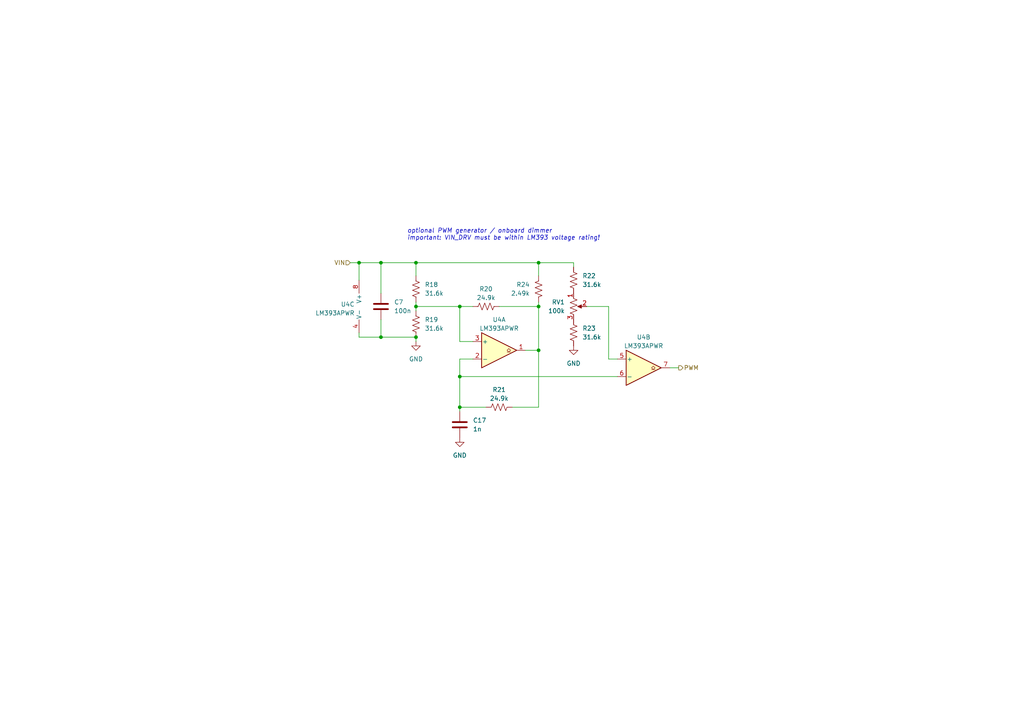
<source format=kicad_sch>
(kicad_sch (version 20230121) (generator eeschema)

  (uuid 32d7ee1b-12d8-46e2-bce3-8ffc9199f61e)

  (paper "A4")

  (lib_symbols
    (symbol "Comparator:LM393" (pin_names (offset 0.127)) (in_bom yes) (on_board yes)
      (property "Reference" "U" (at 3.81 3.81 0)
        (effects (font (size 1.27 1.27)))
      )
      (property "Value" "LM393" (at 6.35 -3.81 0)
        (effects (font (size 1.27 1.27)))
      )
      (property "Footprint" "" (at 0 0 0)
        (effects (font (size 1.27 1.27)) hide)
      )
      (property "Datasheet" "http://www.ti.com/lit/ds/symlink/lm393.pdf" (at 0 0 0)
        (effects (font (size 1.27 1.27)) hide)
      )
      (property "ki_locked" "" (at 0 0 0)
        (effects (font (size 1.27 1.27)))
      )
      (property "ki_keywords" "cmp open collector" (at 0 0 0)
        (effects (font (size 1.27 1.27)) hide)
      )
      (property "ki_description" "Low-Power, Low-Offset Voltage, Dual Comparators, DIP-8/SOIC-8/TO-99-8" (at 0 0 0)
        (effects (font (size 1.27 1.27)) hide)
      )
      (property "ki_fp_filters" "SOIC*3.9x4.9mm*P1.27mm* DIP*W7.62mm* SOP*5.28x5.23mm*P1.27mm* VSSOP*3.0x3.0mm*P0.65mm* TSSOP*4.4x3mm*P0.65mm*" (at 0 0 0)
        (effects (font (size 1.27 1.27)) hide)
      )
      (symbol "LM393_1_1"
        (polyline
          (pts
            (xy -5.08 5.08)
            (xy 5.08 0)
            (xy -5.08 -5.08)
            (xy -5.08 5.08)
          )
          (stroke (width 0.254) (type default))
          (fill (type background))
        )
        (polyline
          (pts
            (xy 3.302 -0.508)
            (xy 2.794 -0.508)
            (xy 3.302 0)
            (xy 2.794 0.508)
            (xy 2.286 0)
            (xy 2.794 -0.508)
            (xy 2.286 -0.508)
          )
          (stroke (width 0.127) (type default))
          (fill (type none))
        )
        (pin open_collector line (at 7.62 0 180) (length 2.54)
          (name "~" (effects (font (size 1.27 1.27))))
          (number "1" (effects (font (size 1.27 1.27))))
        )
        (pin input line (at -7.62 -2.54 0) (length 2.54)
          (name "-" (effects (font (size 1.27 1.27))))
          (number "2" (effects (font (size 1.27 1.27))))
        )
        (pin input line (at -7.62 2.54 0) (length 2.54)
          (name "+" (effects (font (size 1.27 1.27))))
          (number "3" (effects (font (size 1.27 1.27))))
        )
      )
      (symbol "LM393_2_1"
        (polyline
          (pts
            (xy -5.08 5.08)
            (xy 5.08 0)
            (xy -5.08 -5.08)
            (xy -5.08 5.08)
          )
          (stroke (width 0.254) (type default))
          (fill (type background))
        )
        (polyline
          (pts
            (xy 3.302 -0.508)
            (xy 2.794 -0.508)
            (xy 3.302 0)
            (xy 2.794 0.508)
            (xy 2.286 0)
            (xy 2.794 -0.508)
            (xy 2.286 -0.508)
          )
          (stroke (width 0.127) (type default))
          (fill (type none))
        )
        (pin input line (at -7.62 2.54 0) (length 2.54)
          (name "+" (effects (font (size 1.27 1.27))))
          (number "5" (effects (font (size 1.27 1.27))))
        )
        (pin input line (at -7.62 -2.54 0) (length 2.54)
          (name "-" (effects (font (size 1.27 1.27))))
          (number "6" (effects (font (size 1.27 1.27))))
        )
        (pin open_collector line (at 7.62 0 180) (length 2.54)
          (name "~" (effects (font (size 1.27 1.27))))
          (number "7" (effects (font (size 1.27 1.27))))
        )
      )
      (symbol "LM393_3_1"
        (pin power_in line (at -2.54 -7.62 90) (length 3.81)
          (name "V-" (effects (font (size 1.27 1.27))))
          (number "4" (effects (font (size 1.27 1.27))))
        )
        (pin power_in line (at -2.54 7.62 270) (length 3.81)
          (name "V+" (effects (font (size 1.27 1.27))))
          (number "8" (effects (font (size 1.27 1.27))))
        )
      )
    )
    (symbol "Device:C" (pin_numbers hide) (pin_names (offset 0.254)) (in_bom yes) (on_board yes)
      (property "Reference" "C" (at 0.635 2.54 0)
        (effects (font (size 1.27 1.27)) (justify left))
      )
      (property "Value" "C" (at 0.635 -2.54 0)
        (effects (font (size 1.27 1.27)) (justify left))
      )
      (property "Footprint" "" (at 0.9652 -3.81 0)
        (effects (font (size 1.27 1.27)) hide)
      )
      (property "Datasheet" "~" (at 0 0 0)
        (effects (font (size 1.27 1.27)) hide)
      )
      (property "ki_keywords" "cap capacitor" (at 0 0 0)
        (effects (font (size 1.27 1.27)) hide)
      )
      (property "ki_description" "Unpolarized capacitor" (at 0 0 0)
        (effects (font (size 1.27 1.27)) hide)
      )
      (property "ki_fp_filters" "C_*" (at 0 0 0)
        (effects (font (size 1.27 1.27)) hide)
      )
      (symbol "C_0_1"
        (polyline
          (pts
            (xy -2.032 -0.762)
            (xy 2.032 -0.762)
          )
          (stroke (width 0.508) (type default))
          (fill (type none))
        )
        (polyline
          (pts
            (xy -2.032 0.762)
            (xy 2.032 0.762)
          )
          (stroke (width 0.508) (type default))
          (fill (type none))
        )
      )
      (symbol "C_1_1"
        (pin passive line (at 0 3.81 270) (length 2.794)
          (name "~" (effects (font (size 1.27 1.27))))
          (number "1" (effects (font (size 1.27 1.27))))
        )
        (pin passive line (at 0 -3.81 90) (length 2.794)
          (name "~" (effects (font (size 1.27 1.27))))
          (number "2" (effects (font (size 1.27 1.27))))
        )
      )
    )
    (symbol "Device:R_Potentiometer_US" (pin_names (offset 1.016) hide) (in_bom yes) (on_board yes)
      (property "Reference" "RV" (at -4.445 0 90)
        (effects (font (size 1.27 1.27)))
      )
      (property "Value" "R_Potentiometer_US" (at -2.54 0 90)
        (effects (font (size 1.27 1.27)))
      )
      (property "Footprint" "" (at 0 0 0)
        (effects (font (size 1.27 1.27)) hide)
      )
      (property "Datasheet" "~" (at 0 0 0)
        (effects (font (size 1.27 1.27)) hide)
      )
      (property "ki_keywords" "resistor variable" (at 0 0 0)
        (effects (font (size 1.27 1.27)) hide)
      )
      (property "ki_description" "Potentiometer, US symbol" (at 0 0 0)
        (effects (font (size 1.27 1.27)) hide)
      )
      (property "ki_fp_filters" "Potentiometer*" (at 0 0 0)
        (effects (font (size 1.27 1.27)) hide)
      )
      (symbol "R_Potentiometer_US_0_1"
        (polyline
          (pts
            (xy 0 -2.286)
            (xy 0 -2.54)
          )
          (stroke (width 0) (type default))
          (fill (type none))
        )
        (polyline
          (pts
            (xy 0 2.54)
            (xy 0 2.286)
          )
          (stroke (width 0) (type default))
          (fill (type none))
        )
        (polyline
          (pts
            (xy 2.54 0)
            (xy 1.524 0)
          )
          (stroke (width 0) (type default))
          (fill (type none))
        )
        (polyline
          (pts
            (xy 1.143 0)
            (xy 2.286 0.508)
            (xy 2.286 -0.508)
            (xy 1.143 0)
          )
          (stroke (width 0) (type default))
          (fill (type outline))
        )
        (polyline
          (pts
            (xy 0 -0.762)
            (xy 1.016 -1.143)
            (xy 0 -1.524)
            (xy -1.016 -1.905)
            (xy 0 -2.286)
          )
          (stroke (width 0) (type default))
          (fill (type none))
        )
        (polyline
          (pts
            (xy 0 0.762)
            (xy 1.016 0.381)
            (xy 0 0)
            (xy -1.016 -0.381)
            (xy 0 -0.762)
          )
          (stroke (width 0) (type default))
          (fill (type none))
        )
        (polyline
          (pts
            (xy 0 2.286)
            (xy 1.016 1.905)
            (xy 0 1.524)
            (xy -1.016 1.143)
            (xy 0 0.762)
          )
          (stroke (width 0) (type default))
          (fill (type none))
        )
      )
      (symbol "R_Potentiometer_US_1_1"
        (pin passive line (at 0 3.81 270) (length 1.27)
          (name "1" (effects (font (size 1.27 1.27))))
          (number "1" (effects (font (size 1.27 1.27))))
        )
        (pin passive line (at 3.81 0 180) (length 1.27)
          (name "2" (effects (font (size 1.27 1.27))))
          (number "2" (effects (font (size 1.27 1.27))))
        )
        (pin passive line (at 0 -3.81 90) (length 1.27)
          (name "3" (effects (font (size 1.27 1.27))))
          (number "3" (effects (font (size 1.27 1.27))))
        )
      )
    )
    (symbol "Device:R_US" (pin_numbers hide) (pin_names (offset 0)) (in_bom yes) (on_board yes)
      (property "Reference" "R" (at 2.54 0 90)
        (effects (font (size 1.27 1.27)))
      )
      (property "Value" "R_US" (at -2.54 0 90)
        (effects (font (size 1.27 1.27)))
      )
      (property "Footprint" "" (at 1.016 -0.254 90)
        (effects (font (size 1.27 1.27)) hide)
      )
      (property "Datasheet" "~" (at 0 0 0)
        (effects (font (size 1.27 1.27)) hide)
      )
      (property "ki_keywords" "R res resistor" (at 0 0 0)
        (effects (font (size 1.27 1.27)) hide)
      )
      (property "ki_description" "Resistor, US symbol" (at 0 0 0)
        (effects (font (size 1.27 1.27)) hide)
      )
      (property "ki_fp_filters" "R_*" (at 0 0 0)
        (effects (font (size 1.27 1.27)) hide)
      )
      (symbol "R_US_0_1"
        (polyline
          (pts
            (xy 0 -2.286)
            (xy 0 -2.54)
          )
          (stroke (width 0) (type default))
          (fill (type none))
        )
        (polyline
          (pts
            (xy 0 2.286)
            (xy 0 2.54)
          )
          (stroke (width 0) (type default))
          (fill (type none))
        )
        (polyline
          (pts
            (xy 0 -0.762)
            (xy 1.016 -1.143)
            (xy 0 -1.524)
            (xy -1.016 -1.905)
            (xy 0 -2.286)
          )
          (stroke (width 0) (type default))
          (fill (type none))
        )
        (polyline
          (pts
            (xy 0 0.762)
            (xy 1.016 0.381)
            (xy 0 0)
            (xy -1.016 -0.381)
            (xy 0 -0.762)
          )
          (stroke (width 0) (type default))
          (fill (type none))
        )
        (polyline
          (pts
            (xy 0 2.286)
            (xy 1.016 1.905)
            (xy 0 1.524)
            (xy -1.016 1.143)
            (xy 0 0.762)
          )
          (stroke (width 0) (type default))
          (fill (type none))
        )
      )
      (symbol "R_US_1_1"
        (pin passive line (at 0 3.81 270) (length 1.27)
          (name "~" (effects (font (size 1.27 1.27))))
          (number "1" (effects (font (size 1.27 1.27))))
        )
        (pin passive line (at 0 -3.81 90) (length 1.27)
          (name "~" (effects (font (size 1.27 1.27))))
          (number "2" (effects (font (size 1.27 1.27))))
        )
      )
    )
    (symbol "power:GND" (power) (pin_names (offset 0)) (in_bom yes) (on_board yes)
      (property "Reference" "#PWR" (at 0 -6.35 0)
        (effects (font (size 1.27 1.27)) hide)
      )
      (property "Value" "GND" (at 0 -3.81 0)
        (effects (font (size 1.27 1.27)))
      )
      (property "Footprint" "" (at 0 0 0)
        (effects (font (size 1.27 1.27)) hide)
      )
      (property "Datasheet" "" (at 0 0 0)
        (effects (font (size 1.27 1.27)) hide)
      )
      (property "ki_keywords" "global power" (at 0 0 0)
        (effects (font (size 1.27 1.27)) hide)
      )
      (property "ki_description" "Power symbol creates a global label with name \"GND\" , ground" (at 0 0 0)
        (effects (font (size 1.27 1.27)) hide)
      )
      (symbol "GND_0_1"
        (polyline
          (pts
            (xy 0 0)
            (xy 0 -1.27)
            (xy 1.27 -1.27)
            (xy 0 -2.54)
            (xy -1.27 -1.27)
            (xy 0 -1.27)
          )
          (stroke (width 0) (type default))
          (fill (type none))
        )
      )
      (symbol "GND_1_1"
        (pin power_in line (at 0 0 270) (length 0) hide
          (name "GND" (effects (font (size 1.27 1.27))))
          (number "1" (effects (font (size 1.27 1.27))))
        )
      )
    )
  )

  (junction (at 110.49 97.79) (diameter 0) (color 0 0 0 0)
    (uuid 01c25697-15ac-46bb-b9b8-986459bfb8a0)
  )
  (junction (at 133.35 88.9) (diameter 0) (color 0 0 0 0)
    (uuid 066e4cc8-575e-48cc-9d65-4ea96c465bfd)
  )
  (junction (at 104.14 76.2) (diameter 0) (color 0 0 0 0)
    (uuid 1b7a6599-ae91-4027-9a0a-4cbfd9996bf6)
  )
  (junction (at 156.21 101.6) (diameter 0) (color 0 0 0 0)
    (uuid 2b5ecae4-c031-42b2-a972-f7f64f0bde77)
  )
  (junction (at 110.49 76.2) (diameter 0) (color 0 0 0 0)
    (uuid 40813800-8510-4545-a4fc-e1cddf57c9d3)
  )
  (junction (at 120.65 88.9) (diameter 0) (color 0 0 0 0)
    (uuid 8a81e466-dc22-4606-a6e9-2ab36e1e67c8)
  )
  (junction (at 120.65 97.79) (diameter 0) (color 0 0 0 0)
    (uuid 8b5ffe12-24bb-42f0-8f50-ecbf6114e2d4)
  )
  (junction (at 156.21 76.2) (diameter 0) (color 0 0 0 0)
    (uuid b45f5f19-7aca-43b8-9954-a2d16008ca0d)
  )
  (junction (at 120.65 76.2) (diameter 0) (color 0 0 0 0)
    (uuid c39c60b8-825c-434b-a3d2-f2e1534e04b1)
  )
  (junction (at 133.35 118.11) (diameter 0) (color 0 0 0 0)
    (uuid c7251529-f1aa-4005-a0bc-49a0c23b7aa9)
  )
  (junction (at 133.35 109.22) (diameter 0) (color 0 0 0 0)
    (uuid cef0e93b-6e0e-4364-86c9-c7276eb22a7c)
  )
  (junction (at 156.21 88.9) (diameter 0) (color 0 0 0 0)
    (uuid cf3dadb1-5230-49d0-98dd-f243518d037b)
  )

  (wire (pts (xy 194.31 106.68) (xy 196.85 106.68))
    (stroke (width 0) (type default))
    (uuid 1e6df5df-1edd-406f-9931-32af39770a62)
  )
  (wire (pts (xy 110.49 92.71) (xy 110.49 97.79))
    (stroke (width 0) (type default))
    (uuid 20dd4a67-266f-4f8a-937d-1acdbbac6afe)
  )
  (wire (pts (xy 120.65 88.9) (xy 120.65 90.17))
    (stroke (width 0) (type default))
    (uuid 22d315fe-a28c-438a-924a-a338dce611e4)
  )
  (wire (pts (xy 133.35 109.22) (xy 133.35 118.11))
    (stroke (width 0) (type default))
    (uuid 2b63efd2-1eb2-4a28-80ec-d14f8cf1a25f)
  )
  (wire (pts (xy 133.35 118.11) (xy 140.97 118.11))
    (stroke (width 0) (type default))
    (uuid 2dfa1f85-7ca7-4dea-88a6-f1349505a48e)
  )
  (wire (pts (xy 156.21 88.9) (xy 156.21 101.6))
    (stroke (width 0) (type default))
    (uuid 35df365c-06f5-4d3b-80ac-95415adf1847)
  )
  (wire (pts (xy 166.37 76.2) (xy 166.37 77.47))
    (stroke (width 0) (type default))
    (uuid 39b67e5d-5d41-40c7-adcf-51648df83562)
  )
  (wire (pts (xy 156.21 80.01) (xy 156.21 76.2))
    (stroke (width 0) (type default))
    (uuid 3ae2e51b-6284-4844-9074-c234a90b9d50)
  )
  (wire (pts (xy 101.6 76.2) (xy 104.14 76.2))
    (stroke (width 0) (type default))
    (uuid 3c412183-5839-414c-baff-dfb98e14f111)
  )
  (wire (pts (xy 120.65 76.2) (xy 110.49 76.2))
    (stroke (width 0) (type default))
    (uuid 41669535-8eb0-4ec6-b3ac-a1cc61bef8f2)
  )
  (wire (pts (xy 133.35 109.22) (xy 179.07 109.22))
    (stroke (width 0) (type default))
    (uuid 4598ab53-6b56-4325-bd42-657fb65fd7ae)
  )
  (wire (pts (xy 110.49 76.2) (xy 104.14 76.2))
    (stroke (width 0) (type default))
    (uuid 467a81e5-4d6d-43cf-9398-39adf0746080)
  )
  (wire (pts (xy 120.65 87.63) (xy 120.65 88.9))
    (stroke (width 0) (type default))
    (uuid 4c3b67f2-d447-430a-9205-efbd7a4d9a89)
  )
  (wire (pts (xy 133.35 104.14) (xy 133.35 109.22))
    (stroke (width 0) (type default))
    (uuid 4cc1b8ed-c474-4515-8510-e491bf444d0e)
  )
  (wire (pts (xy 133.35 88.9) (xy 133.35 99.06))
    (stroke (width 0) (type default))
    (uuid 55506055-7cf4-432c-8a9a-36c067fc9cc2)
  )
  (wire (pts (xy 120.65 88.9) (xy 133.35 88.9))
    (stroke (width 0) (type default))
    (uuid 59dc1fa7-434c-421c-9d6c-5a88437431cc)
  )
  (wire (pts (xy 148.59 118.11) (xy 156.21 118.11))
    (stroke (width 0) (type default))
    (uuid 5b144b3c-9689-4cdf-b72f-97558ee80d0c)
  )
  (wire (pts (xy 120.65 99.06) (xy 120.65 97.79))
    (stroke (width 0) (type default))
    (uuid 7bf8f928-ef22-48f4-8c32-71212ecf80ba)
  )
  (wire (pts (xy 120.65 76.2) (xy 120.65 80.01))
    (stroke (width 0) (type default))
    (uuid 9043c20c-e8ac-40c2-be47-38d0f9516ba9)
  )
  (wire (pts (xy 176.53 88.9) (xy 176.53 104.14))
    (stroke (width 0) (type default))
    (uuid 95651b2d-1f34-46b9-85cc-0e78f3aceb94)
  )
  (wire (pts (xy 144.78 88.9) (xy 156.21 88.9))
    (stroke (width 0) (type default))
    (uuid 964e26d6-e201-427c-985d-363ab0340ac5)
  )
  (wire (pts (xy 156.21 76.2) (xy 120.65 76.2))
    (stroke (width 0) (type default))
    (uuid 9ba34efe-7b44-45b8-b4ff-9edfa50a3d39)
  )
  (wire (pts (xy 104.14 97.79) (xy 110.49 97.79))
    (stroke (width 0) (type default))
    (uuid 9e3cd999-3226-4be9-af7f-bb41ef684270)
  )
  (wire (pts (xy 110.49 76.2) (xy 110.49 85.09))
    (stroke (width 0) (type default))
    (uuid a360ddb8-1a18-4465-a8f0-239e2e2fe4f8)
  )
  (wire (pts (xy 156.21 87.63) (xy 156.21 88.9))
    (stroke (width 0) (type default))
    (uuid b35e22c7-b3cf-4728-9ebb-98024a625e33)
  )
  (wire (pts (xy 104.14 97.79) (xy 104.14 96.52))
    (stroke (width 0) (type default))
    (uuid bae789cb-9aee-4637-8d43-f735bfe3148c)
  )
  (wire (pts (xy 104.14 76.2) (xy 104.14 81.28))
    (stroke (width 0) (type default))
    (uuid c1d8e4d8-8ac1-43a9-9945-b02fd0b0fd72)
  )
  (wire (pts (xy 133.35 99.06) (xy 137.16 99.06))
    (stroke (width 0) (type default))
    (uuid c2b3a9f6-07e8-4e90-bde3-d82182445513)
  )
  (wire (pts (xy 156.21 101.6) (xy 152.4 101.6))
    (stroke (width 0) (type default))
    (uuid cec9b6b3-2b7b-4cd2-bb8d-dac40437d0e7)
  )
  (wire (pts (xy 156.21 118.11) (xy 156.21 101.6))
    (stroke (width 0) (type default))
    (uuid d6a9603d-334b-44b8-af78-ecb13692af96)
  )
  (wire (pts (xy 156.21 76.2) (xy 166.37 76.2))
    (stroke (width 0) (type default))
    (uuid d8d1f085-033b-4823-a587-10eea16a155c)
  )
  (wire (pts (xy 137.16 104.14) (xy 133.35 104.14))
    (stroke (width 0) (type default))
    (uuid dc5c56ee-9a62-4a4d-8780-d0b773b3b32a)
  )
  (wire (pts (xy 170.18 88.9) (xy 176.53 88.9))
    (stroke (width 0) (type default))
    (uuid df34c348-738a-4204-8509-ef24bf746cf7)
  )
  (wire (pts (xy 133.35 88.9) (xy 137.16 88.9))
    (stroke (width 0) (type default))
    (uuid e3af447e-c99f-48b7-828b-1c09caa04e66)
  )
  (wire (pts (xy 133.35 119.38) (xy 133.35 118.11))
    (stroke (width 0) (type default))
    (uuid e7df7d0b-f6af-42ab-abe2-f8c38074faf5)
  )
  (wire (pts (xy 176.53 104.14) (xy 179.07 104.14))
    (stroke (width 0) (type default))
    (uuid f3c358ac-8f1f-4a09-98f1-1476fae236c0)
  )
  (wire (pts (xy 110.49 97.79) (xy 120.65 97.79))
    (stroke (width 0) (type default))
    (uuid ff5f60f9-9f81-4037-a062-c94507f8f4f4)
  )

  (text "optional PWM generator / onboard dimmer\nimportant: VIN_DRV must be within LM393 voltage rating!"
    (at 118.11 69.85 0)
    (effects (font (size 1.27 1.27) italic) (justify left bottom))
    (uuid c4d05292-a5b7-48a8-8a1c-956bb2a0fa46)
  )

  (hierarchical_label "VIN" (shape input) (at 101.6 76.2 180) (fields_autoplaced)
    (effects (font (size 1.27 1.27)) (justify right))
    (uuid 258abceb-aa3a-4f00-b3aa-d1295a43a114)
  )
  (hierarchical_label "PWM" (shape output) (at 196.85 106.68 0) (fields_autoplaced)
    (effects (font (size 1.27 1.27)) (justify left))
    (uuid 5a73bc29-2a5c-43de-b1a2-73822ad4902c)
  )

  (symbol (lib_id "Comparator:LM393") (at 144.78 101.6 0) (unit 1)
    (in_bom yes) (on_board yes) (dnp no) (fields_autoplaced)
    (uuid 008344c0-3b9d-43e5-8b76-a28390166e07)
    (property "Reference" "U4" (at 144.78 92.71 0)
      (effects (font (size 1.27 1.27)))
    )
    (property "Value" "LM393APWR" (at 144.78 95.25 0)
      (effects (font (size 1.27 1.27)))
    )
    (property "Footprint" "Package_SO:TSSOP-8_4.4x3mm_P0.65mm" (at 144.78 101.6 0)
      (effects (font (size 1.27 1.27)) hide)
    )
    (property "Datasheet" "http://www.ti.com/lit/ds/symlink/lm393.pdf" (at 144.78 101.6 0)
      (effects (font (size 1.27 1.27)) hide)
    )
    (property "Note" "" (at 144.78 101.6 0)
      (effects (font (size 1.27 1.27)) hide)
    )
    (pin "1" (uuid 4f8e91fb-b084-41e6-97b0-e1f62830a204))
    (pin "2" (uuid e3689c43-9682-4bb2-a9f4-468bb3cf1c22))
    (pin "3" (uuid 99a1ea73-9702-4efd-b668-d3027970451c))
    (pin "5" (uuid e0b48208-b616-4154-9bb3-c17d0107e41a))
    (pin "6" (uuid 60d4b9b9-511b-424f-8d54-58f3573ac9c2))
    (pin "7" (uuid aed2abe9-5819-42d5-b6e7-efc7855234db))
    (pin "4" (uuid 2a4d2836-a3f5-4a79-9534-cbfdc4a33597))
    (pin "8" (uuid 57f32f50-0319-41ce-ab4f-7889bad34ee5))
    (instances
      (project "boostdriver-al8853"
        (path "/00727dd6-05dc-45da-8b8a-290f08de5929"
          (reference "U4") (unit 1)
        )
        (path "/00727dd6-05dc-45da-8b8a-290f08de5929/869b749d-de2d-43dc-835f-c817eb474540"
          (reference "U301") (unit 1)
        )
      )
    )
  )

  (symbol (lib_id "Device:R_US") (at 166.37 96.52 0) (unit 1)
    (in_bom yes) (on_board yes) (dnp no) (fields_autoplaced)
    (uuid 1eb3e09c-3fc7-40ec-8d1d-2e4b22b91938)
    (property "Reference" "R23" (at 168.91 95.2499 0)
      (effects (font (size 1.27 1.27)) (justify left))
    )
    (property "Value" "31.6k" (at 168.91 97.7899 0)
      (effects (font (size 1.27 1.27)) (justify left))
    )
    (property "Footprint" "Resistor_SMD:R_0603_1608Metric" (at 167.386 96.774 90)
      (effects (font (size 1.27 1.27)) hide)
    )
    (property "Datasheet" "~" (at 166.37 96.52 0)
      (effects (font (size 1.27 1.27)) hide)
    )
    (property "Note" "1%" (at 166.37 96.52 0)
      (effects (font (size 1.27 1.27)) hide)
    )
    (pin "1" (uuid b567f24b-5f67-4170-a162-e8db455eba46))
    (pin "2" (uuid e19a052a-0d88-49fd-a057-88137268add3))
    (instances
      (project "boostdriver-al8853"
        (path "/00727dd6-05dc-45da-8b8a-290f08de5929"
          (reference "R23") (unit 1)
        )
        (path "/00727dd6-05dc-45da-8b8a-290f08de5929/869b749d-de2d-43dc-835f-c817eb474540"
          (reference "R307") (unit 1)
        )
      )
      (project "ring light"
        (path "/e63e39d7-6ac0-4ffd-8aa3-1841a4541b55"
          (reference "R6") (unit 1)
        )
      )
    )
  )

  (symbol (lib_id "power:GND") (at 120.65 99.06 0) (unit 1)
    (in_bom yes) (on_board yes) (dnp no) (fields_autoplaced)
    (uuid 253a62f2-765b-4eee-9216-92d7da6e7db0)
    (property "Reference" "#PWR016" (at 120.65 105.41 0)
      (effects (font (size 1.27 1.27)) hide)
    )
    (property "Value" "GND" (at 120.65 104.14 0)
      (effects (font (size 1.27 1.27)))
    )
    (property "Footprint" "" (at 120.65 99.06 0)
      (effects (font (size 1.27 1.27)) hide)
    )
    (property "Datasheet" "" (at 120.65 99.06 0)
      (effects (font (size 1.27 1.27)) hide)
    )
    (pin "1" (uuid eb33cdda-fea8-4364-bb6e-142a877522ab))
    (instances
      (project "boostdriver-al8853"
        (path "/00727dd6-05dc-45da-8b8a-290f08de5929"
          (reference "#PWR016") (unit 1)
        )
        (path "/00727dd6-05dc-45da-8b8a-290f08de5929/869b749d-de2d-43dc-835f-c817eb474540"
          (reference "#PWR0301") (unit 1)
        )
      )
      (project "ring light"
        (path "/e63e39d7-6ac0-4ffd-8aa3-1841a4541b55"
          (reference "#PWR0101") (unit 1)
        )
      )
    )
  )

  (symbol (lib_id "Device:R_US") (at 120.65 93.98 0) (unit 1)
    (in_bom yes) (on_board yes) (dnp no) (fields_autoplaced)
    (uuid 5222e839-a750-4037-8cd9-2d623b043f78)
    (property "Reference" "R19" (at 123.19 92.7099 0)
      (effects (font (size 1.27 1.27)) (justify left))
    )
    (property "Value" "31.6k" (at 123.19 95.2499 0)
      (effects (font (size 1.27 1.27)) (justify left))
    )
    (property "Footprint" "Resistor_SMD:R_0603_1608Metric" (at 121.666 94.234 90)
      (effects (font (size 1.27 1.27)) hide)
    )
    (property "Datasheet" "~" (at 120.65 93.98 0)
      (effects (font (size 1.27 1.27)) hide)
    )
    (property "Note" "1%" (at 120.65 93.98 0)
      (effects (font (size 1.27 1.27)) hide)
    )
    (pin "1" (uuid e2393380-5a99-4a63-bca7-f36c4aee7ffc))
    (pin "2" (uuid 655ccc63-2ff4-4852-ad10-7f9cdeb69d27))
    (instances
      (project "boostdriver-al8853"
        (path "/00727dd6-05dc-45da-8b8a-290f08de5929"
          (reference "R19") (unit 1)
        )
        (path "/00727dd6-05dc-45da-8b8a-290f08de5929/869b749d-de2d-43dc-835f-c817eb474540"
          (reference "R302") (unit 1)
        )
      )
      (project "ring light"
        (path "/e63e39d7-6ac0-4ffd-8aa3-1841a4541b55"
          (reference "R2") (unit 1)
        )
      )
    )
  )

  (symbol (lib_id "Device:C") (at 110.49 88.9 0) (unit 1)
    (in_bom yes) (on_board yes) (dnp no)
    (uuid 5b58b71a-2b65-4778-8024-9675e2777b12)
    (property "Reference" "C7" (at 114.3 87.6299 0)
      (effects (font (size 1.27 1.27)) (justify left))
    )
    (property "Value" "100n" (at 114.3 90.1699 0)
      (effects (font (size 1.27 1.27)) (justify left))
    )
    (property "Footprint" "Capacitor_SMD:C_0603_1608Metric" (at 111.4552 92.71 0)
      (effects (font (size 1.27 1.27)) hide)
    )
    (property "Datasheet" "~" (at 110.49 88.9 0)
      (effects (font (size 1.27 1.27)) hide)
    )
    (property "Note" "" (at 110.49 88.9 0)
      (effects (font (size 1.27 1.27)) hide)
    )
    (pin "1" (uuid d3e81ecd-c28f-4bcb-b41f-bb410ea58568))
    (pin "2" (uuid 88f4a5a7-230a-4357-9131-2b79a2673456))
    (instances
      (project "boostdriver-al8853"
        (path "/00727dd6-05dc-45da-8b8a-290f08de5929"
          (reference "C7") (unit 1)
        )
        (path "/00727dd6-05dc-45da-8b8a-290f08de5929/869b749d-de2d-43dc-835f-c817eb474540"
          (reference "C301") (unit 1)
        )
      )
      (project "ring light"
        (path "/e63e39d7-6ac0-4ffd-8aa3-1841a4541b55"
          (reference "C2") (unit 1)
        )
      )
    )
  )

  (symbol (lib_id "Device:R_US") (at 156.21 83.82 0) (mirror y) (unit 1)
    (in_bom yes) (on_board yes) (dnp no)
    (uuid 60d95b08-3f25-4a9d-b975-dd1d0ea6d920)
    (property "Reference" "R24" (at 153.67 82.5499 0)
      (effects (font (size 1.27 1.27)) (justify left))
    )
    (property "Value" "2.49k" (at 153.67 85.0899 0)
      (effects (font (size 1.27 1.27)) (justify left))
    )
    (property "Footprint" "Resistor_SMD:R_0603_1608Metric" (at 155.194 84.074 90)
      (effects (font (size 1.27 1.27)) hide)
    )
    (property "Datasheet" "~" (at 156.21 83.82 0)
      (effects (font (size 1.27 1.27)) hide)
    )
    (property "Note" "1%" (at 156.21 83.82 0)
      (effects (font (size 1.27 1.27)) hide)
    )
    (pin "1" (uuid 9c904c1d-3fd1-44a3-b877-b0c34f6beff4))
    (pin "2" (uuid b1989cea-df9c-421e-8fd2-45277fe4b9af))
    (instances
      (project "boostdriver-al8853"
        (path "/00727dd6-05dc-45da-8b8a-290f08de5929"
          (reference "R24") (unit 1)
        )
        (path "/00727dd6-05dc-45da-8b8a-290f08de5929/869b749d-de2d-43dc-835f-c817eb474540"
          (reference "R305") (unit 1)
        )
      )
      (project "ring light"
        (path "/e63e39d7-6ac0-4ffd-8aa3-1841a4541b55"
          (reference "R1") (unit 1)
        )
      )
    )
  )

  (symbol (lib_id "power:GND") (at 166.37 100.33 0) (unit 1)
    (in_bom yes) (on_board yes) (dnp no) (fields_autoplaced)
    (uuid 743d398c-27f4-499f-9f33-fddc6b0f3d82)
    (property "Reference" "#PWR019" (at 166.37 106.68 0)
      (effects (font (size 1.27 1.27)) hide)
    )
    (property "Value" "GND" (at 166.37 105.41 0)
      (effects (font (size 1.27 1.27)))
    )
    (property "Footprint" "" (at 166.37 100.33 0)
      (effects (font (size 1.27 1.27)) hide)
    )
    (property "Datasheet" "" (at 166.37 100.33 0)
      (effects (font (size 1.27 1.27)) hide)
    )
    (pin "1" (uuid 209fad8b-f1d2-46cd-be2e-0d8697c3307f))
    (instances
      (project "boostdriver-al8853"
        (path "/00727dd6-05dc-45da-8b8a-290f08de5929"
          (reference "#PWR019") (unit 1)
        )
        (path "/00727dd6-05dc-45da-8b8a-290f08de5929/869b749d-de2d-43dc-835f-c817eb474540"
          (reference "#PWR0303") (unit 1)
        )
      )
      (project "ring light"
        (path "/e63e39d7-6ac0-4ffd-8aa3-1841a4541b55"
          (reference "#PWR0106") (unit 1)
        )
      )
    )
  )

  (symbol (lib_id "power:GND") (at 133.35 127 0) (unit 1)
    (in_bom yes) (on_board yes) (dnp no) (fields_autoplaced)
    (uuid 75479288-a20d-46f2-971a-8bbe48152086)
    (property "Reference" "#PWR017" (at 133.35 133.35 0)
      (effects (font (size 1.27 1.27)) hide)
    )
    (property "Value" "GND" (at 133.35 132.08 0)
      (effects (font (size 1.27 1.27)))
    )
    (property "Footprint" "" (at 133.35 127 0)
      (effects (font (size 1.27 1.27)) hide)
    )
    (property "Datasheet" "" (at 133.35 127 0)
      (effects (font (size 1.27 1.27)) hide)
    )
    (pin "1" (uuid fbc584dd-d353-47f7-b3a9-6dcfc368f9a8))
    (instances
      (project "boostdriver-al8853"
        (path "/00727dd6-05dc-45da-8b8a-290f08de5929"
          (reference "#PWR017") (unit 1)
        )
        (path "/00727dd6-05dc-45da-8b8a-290f08de5929/869b749d-de2d-43dc-835f-c817eb474540"
          (reference "#PWR0302") (unit 1)
        )
      )
      (project "ring light"
        (path "/e63e39d7-6ac0-4ffd-8aa3-1841a4541b55"
          (reference "#PWR0103") (unit 1)
        )
      )
    )
  )

  (symbol (lib_id "Comparator:LM393") (at 186.69 106.68 0) (unit 2)
    (in_bom yes) (on_board yes) (dnp no) (fields_autoplaced)
    (uuid 83c5451a-63a4-4cf8-b7a8-666aa428235f)
    (property "Reference" "U4" (at 186.69 97.79 0)
      (effects (font (size 1.27 1.27)))
    )
    (property "Value" "LM393APWR" (at 186.69 100.33 0)
      (effects (font (size 1.27 1.27)))
    )
    (property "Footprint" "Package_SO:TSSOP-8_4.4x3mm_P0.65mm" (at 186.69 106.68 0)
      (effects (font (size 1.27 1.27)) hide)
    )
    (property "Datasheet" "http://www.ti.com/lit/ds/symlink/lm393.pdf" (at 186.69 106.68 0)
      (effects (font (size 1.27 1.27)) hide)
    )
    (property "Note" "" (at 186.69 106.68 0)
      (effects (font (size 1.27 1.27)) hide)
    )
    (pin "1" (uuid 6ba81433-109d-4c31-b38e-a9792bad0b95))
    (pin "2" (uuid 769a5d50-be18-49e8-b233-28440e691362))
    (pin "3" (uuid fb58be9b-bd84-4edf-867a-ae99a94cc843))
    (pin "5" (uuid 244597ab-c8ca-4884-890e-7d650de4aaa7))
    (pin "6" (uuid 9c2600f5-e223-46c7-9fd0-d3c99dcdcd07))
    (pin "7" (uuid 093e5a41-343f-4028-866f-1f47a78782ce))
    (pin "4" (uuid c733e45e-d291-4b6d-ba5c-7890d949ae4e))
    (pin "8" (uuid be39fd75-7611-4405-8479-10c4d8a7ad8d))
    (instances
      (project "boostdriver-al8853"
        (path "/00727dd6-05dc-45da-8b8a-290f08de5929"
          (reference "U4") (unit 2)
        )
        (path "/00727dd6-05dc-45da-8b8a-290f08de5929/869b749d-de2d-43dc-835f-c817eb474540"
          (reference "U301") (unit 2)
        )
      )
    )
  )

  (symbol (lib_id "Device:R_US") (at 140.97 88.9 90) (unit 1)
    (in_bom yes) (on_board yes) (dnp no) (fields_autoplaced)
    (uuid 8d49f3b3-a1f9-4049-9366-f36bae974256)
    (property "Reference" "R20" (at 140.97 83.82 90)
      (effects (font (size 1.27 1.27)))
    )
    (property "Value" "24.9k" (at 140.97 86.36 90)
      (effects (font (size 1.27 1.27)))
    )
    (property "Footprint" "Resistor_SMD:R_0603_1608Metric" (at 141.224 87.884 90)
      (effects (font (size 1.27 1.27)) hide)
    )
    (property "Datasheet" "~" (at 140.97 88.9 0)
      (effects (font (size 1.27 1.27)) hide)
    )
    (property "Note" "1%" (at 140.97 88.9 0)
      (effects (font (size 1.27 1.27)) hide)
    )
    (pin "1" (uuid 573e0ebb-f5aa-4ad8-b078-2687ce80652c))
    (pin "2" (uuid 60cbdb79-efa2-4e65-bb66-c3c3316b98b9))
    (instances
      (project "boostdriver-al8853"
        (path "/00727dd6-05dc-45da-8b8a-290f08de5929"
          (reference "R20") (unit 1)
        )
        (path "/00727dd6-05dc-45da-8b8a-290f08de5929/869b749d-de2d-43dc-835f-c817eb474540"
          (reference "R303") (unit 1)
        )
      )
      (project "ring light"
        (path "/e63e39d7-6ac0-4ffd-8aa3-1841a4541b55"
          (reference "R3") (unit 1)
        )
      )
    )
  )

  (symbol (lib_id "Comparator:LM393") (at 101.6 88.9 0) (mirror y) (unit 3)
    (in_bom yes) (on_board yes) (dnp no)
    (uuid 9d7fbd45-9964-4845-af81-435d7669509e)
    (property "Reference" "U4" (at 102.87 88.265 0)
      (effects (font (size 1.27 1.27)) (justify left))
    )
    (property "Value" "LM393APWR" (at 102.87 90.805 0)
      (effects (font (size 1.27 1.27)) (justify left))
    )
    (property "Footprint" "Package_SO:TSSOP-8_4.4x3mm_P0.65mm" (at 101.6 88.9 0)
      (effects (font (size 1.27 1.27)) hide)
    )
    (property "Datasheet" "http://www.ti.com/lit/ds/symlink/lm393.pdf" (at 101.6 88.9 0)
      (effects (font (size 1.27 1.27)) hide)
    )
    (property "Note" "" (at 101.6 88.9 0)
      (effects (font (size 1.27 1.27)) hide)
    )
    (pin "1" (uuid 9cc5b390-2041-4656-87d6-693b814d84b6))
    (pin "2" (uuid 0ca50865-54cd-4759-ae44-24ed9a211a33))
    (pin "3" (uuid ddd61ecb-3c48-4eed-90c4-411a7ba014a3))
    (pin "5" (uuid 9ace88cb-dda6-47b5-8353-fdd53347c0be))
    (pin "6" (uuid 820f1931-72c9-40bd-bf6a-0d4dd6751518))
    (pin "7" (uuid 69f2a708-1e0a-401d-838e-e2a678392009))
    (pin "4" (uuid 1d98c325-0ecb-4008-b7c9-82060d78e4d1))
    (pin "8" (uuid 9bdddc3a-2ab3-4a84-bb28-57e605befb8a))
    (instances
      (project "boostdriver-al8853"
        (path "/00727dd6-05dc-45da-8b8a-290f08de5929"
          (reference "U4") (unit 3)
        )
        (path "/00727dd6-05dc-45da-8b8a-290f08de5929/869b749d-de2d-43dc-835f-c817eb474540"
          (reference "U301") (unit 3)
        )
      )
    )
  )

  (symbol (lib_id "Device:R_US") (at 120.65 83.82 0) (unit 1)
    (in_bom yes) (on_board yes) (dnp no) (fields_autoplaced)
    (uuid a77d9cc0-09be-4a8e-ba71-8f43277b6b84)
    (property "Reference" "R18" (at 123.19 82.5499 0)
      (effects (font (size 1.27 1.27)) (justify left))
    )
    (property "Value" "31.6k" (at 123.19 85.0899 0)
      (effects (font (size 1.27 1.27)) (justify left))
    )
    (property "Footprint" "Resistor_SMD:R_0603_1608Metric" (at 121.666 84.074 90)
      (effects (font (size 1.27 1.27)) hide)
    )
    (property "Datasheet" "~" (at 120.65 83.82 0)
      (effects (font (size 1.27 1.27)) hide)
    )
    (property "Note" "1%" (at 120.65 83.82 0)
      (effects (font (size 1.27 1.27)) hide)
    )
    (pin "1" (uuid 1a36a0be-5ed1-4034-afcb-0be681e37d5d))
    (pin "2" (uuid 38653c19-cd4b-485c-8efa-5442d2f48795))
    (instances
      (project "boostdriver-al8853"
        (path "/00727dd6-05dc-45da-8b8a-290f08de5929"
          (reference "R18") (unit 1)
        )
        (path "/00727dd6-05dc-45da-8b8a-290f08de5929/869b749d-de2d-43dc-835f-c817eb474540"
          (reference "R301") (unit 1)
        )
      )
      (project "ring light"
        (path "/e63e39d7-6ac0-4ffd-8aa3-1841a4541b55"
          (reference "R1") (unit 1)
        )
      )
    )
  )

  (symbol (lib_id "Device:C") (at 133.35 123.19 0) (unit 1)
    (in_bom yes) (on_board yes) (dnp no) (fields_autoplaced)
    (uuid adda456c-8060-4152-8f28-185ba0502b9c)
    (property "Reference" "C17" (at 137.16 121.9199 0)
      (effects (font (size 1.27 1.27)) (justify left))
    )
    (property "Value" "1n" (at 137.16 124.4599 0)
      (effects (font (size 1.27 1.27)) (justify left))
    )
    (property "Footprint" "Capacitor_SMD:C_0603_1608Metric" (at 134.3152 127 0)
      (effects (font (size 1.27 1.27)) hide)
    )
    (property "Datasheet" "~" (at 133.35 123.19 0)
      (effects (font (size 1.27 1.27)) hide)
    )
    (property "Note" "" (at 133.35 123.19 0)
      (effects (font (size 1.27 1.27)) hide)
    )
    (pin "1" (uuid 6546a4b2-9ef8-40ff-85cc-acbe42397103))
    (pin "2" (uuid 8ee873a6-c8fe-4d4b-a192-9f27bf106f9b))
    (instances
      (project "boostdriver-al8853"
        (path "/00727dd6-05dc-45da-8b8a-290f08de5929"
          (reference "C17") (unit 1)
        )
        (path "/00727dd6-05dc-45da-8b8a-290f08de5929/869b749d-de2d-43dc-835f-c817eb474540"
          (reference "C302") (unit 1)
        )
      )
      (project "ring light"
        (path "/e63e39d7-6ac0-4ffd-8aa3-1841a4541b55"
          (reference "C1") (unit 1)
        )
      )
    )
  )

  (symbol (lib_id "Device:R_Potentiometer_US") (at 166.37 88.9 0) (unit 1)
    (in_bom yes) (on_board yes) (dnp no) (fields_autoplaced)
    (uuid b06be74c-7542-4c70-a420-9be332a7e04c)
    (property "Reference" "RV1" (at 163.83 87.6299 0)
      (effects (font (size 1.27 1.27)) (justify right))
    )
    (property "Value" "100k" (at 163.83 90.1699 0)
      (effects (font (size 1.27 1.27)) (justify right))
    )
    (property "Footprint" "Potentiometer_THT:Potentiometer_Bourns_PTV09A-1_Single_Vertical" (at 166.37 88.9 0)
      (effects (font (size 1.27 1.27)) hide)
    )
    (property "Datasheet" "~" (at 166.37 88.9 0)
      (effects (font (size 1.27 1.27)) hide)
    )
    (property "Note" "" (at 166.37 88.9 0)
      (effects (font (size 1.27 1.27)) hide)
    )
    (pin "1" (uuid c934fc54-0d47-4778-8bb4-e77a74588c50))
    (pin "2" (uuid 24ff866d-ebe3-4b78-803c-21482438a8ff))
    (pin "3" (uuid 709b6f9c-99c5-492d-8bd0-e305812fe69d))
    (instances
      (project "boostdriver-al8853"
        (path "/00727dd6-05dc-45da-8b8a-290f08de5929"
          (reference "RV1") (unit 1)
        )
        (path "/00727dd6-05dc-45da-8b8a-290f08de5929/869b749d-de2d-43dc-835f-c817eb474540"
          (reference "RV301") (unit 1)
        )
      )
      (project "ring light"
        (path "/e63e39d7-6ac0-4ffd-8aa3-1841a4541b55"
          (reference "RV1") (unit 1)
        )
      )
    )
  )

  (symbol (lib_id "Device:R_US") (at 166.37 81.28 0) (unit 1)
    (in_bom yes) (on_board yes) (dnp no) (fields_autoplaced)
    (uuid d0b5fc5e-3ec7-431e-804b-d0f70d4aca01)
    (property "Reference" "R22" (at 168.91 80.0099 0)
      (effects (font (size 1.27 1.27)) (justify left))
    )
    (property "Value" "31.6k" (at 168.91 82.5499 0)
      (effects (font (size 1.27 1.27)) (justify left))
    )
    (property "Footprint" "Resistor_SMD:R_0603_1608Metric" (at 167.386 81.534 90)
      (effects (font (size 1.27 1.27)) hide)
    )
    (property "Datasheet" "~" (at 166.37 81.28 0)
      (effects (font (size 1.27 1.27)) hide)
    )
    (property "Note" "1%" (at 166.37 81.28 0)
      (effects (font (size 1.27 1.27)) hide)
    )
    (pin "1" (uuid 1b296ddc-42c6-4ec6-a10b-636bd90eec83))
    (pin "2" (uuid f7048c4f-e408-4cb6-a1a1-feede9185b83))
    (instances
      (project "boostdriver-al8853"
        (path "/00727dd6-05dc-45da-8b8a-290f08de5929"
          (reference "R22") (unit 1)
        )
        (path "/00727dd6-05dc-45da-8b8a-290f08de5929/869b749d-de2d-43dc-835f-c817eb474540"
          (reference "R306") (unit 1)
        )
      )
      (project "ring light"
        (path "/e63e39d7-6ac0-4ffd-8aa3-1841a4541b55"
          (reference "R5") (unit 1)
        )
      )
    )
  )

  (symbol (lib_id "Device:R_US") (at 144.78 118.11 90) (unit 1)
    (in_bom yes) (on_board yes) (dnp no) (fields_autoplaced)
    (uuid fd458f29-5279-4c5e-be58-6a455b2f5e21)
    (property "Reference" "R21" (at 144.78 113.03 90)
      (effects (font (size 1.27 1.27)))
    )
    (property "Value" "24.9k" (at 144.78 115.57 90)
      (effects (font (size 1.27 1.27)))
    )
    (property "Footprint" "Resistor_SMD:R_0603_1608Metric" (at 145.034 117.094 90)
      (effects (font (size 1.27 1.27)) hide)
    )
    (property "Datasheet" "~" (at 144.78 118.11 0)
      (effects (font (size 1.27 1.27)) hide)
    )
    (property "Note" "1%" (at 144.78 118.11 0)
      (effects (font (size 1.27 1.27)) hide)
    )
    (pin "1" (uuid 337f94b3-ebf3-4703-893f-398d7635c3d7))
    (pin "2" (uuid 2b3cbf5c-e931-4bbc-9ffe-777b6d64b3f0))
    (instances
      (project "boostdriver-al8853"
        (path "/00727dd6-05dc-45da-8b8a-290f08de5929"
          (reference "R21") (unit 1)
        )
        (path "/00727dd6-05dc-45da-8b8a-290f08de5929/869b749d-de2d-43dc-835f-c817eb474540"
          (reference "R304") (unit 1)
        )
      )
      (project "ring light"
        (path "/e63e39d7-6ac0-4ffd-8aa3-1841a4541b55"
          (reference "R3") (unit 1)
        )
      )
    )
  )
)

</source>
